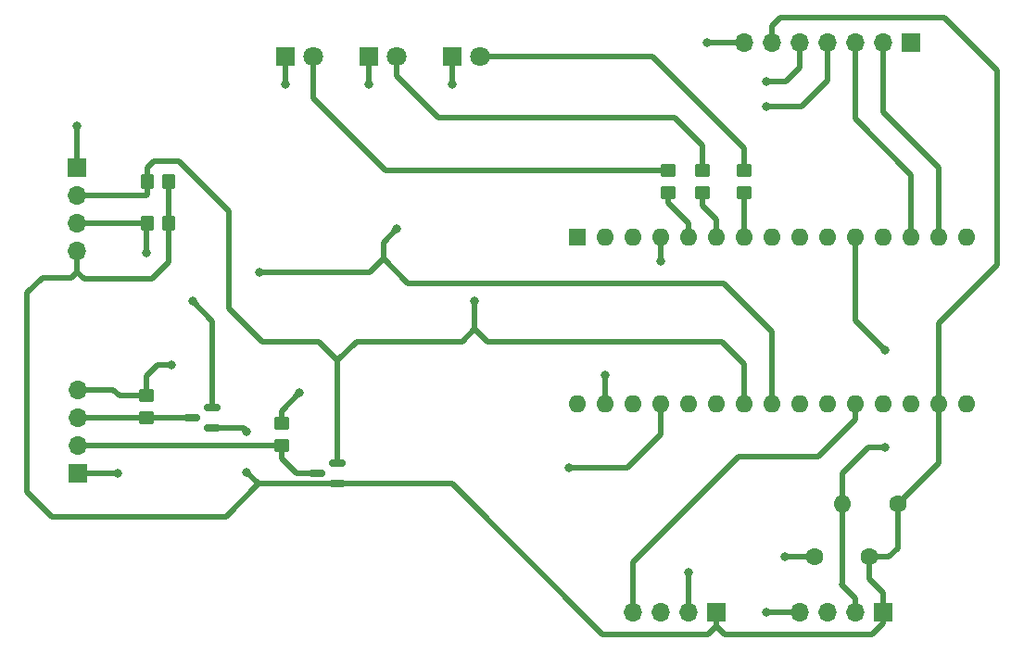
<source format=gtl>
%TF.GenerationSoftware,KiCad,Pcbnew,6.0.5-a6ca702e91~116~ubuntu20.04.1*%
%TF.CreationDate,2022-05-18T10:56:59+02:00*%
%TF.ProjectId,StationMeteo,53746174-696f-46e4-9d65-74656f2e6b69,rev?*%
%TF.SameCoordinates,PX21e9a40PY196f3b0*%
%TF.FileFunction,Copper,L1,Top*%
%TF.FilePolarity,Positive*%
%FSLAX46Y46*%
G04 Gerber Fmt 4.6, Leading zero omitted, Abs format (unit mm)*
G04 Created by KiCad (PCBNEW 6.0.5-a6ca702e91~116~ubuntu20.04.1) date 2022-05-18 10:56:59*
%MOMM*%
%LPD*%
G01*
G04 APERTURE LIST*
G04 Aperture macros list*
%AMRoundRect*
0 Rectangle with rounded corners*
0 $1 Rounding radius*
0 $2 $3 $4 $5 $6 $7 $8 $9 X,Y pos of 4 corners*
0 Add a 4 corners polygon primitive as box body*
4,1,4,$2,$3,$4,$5,$6,$7,$8,$9,$2,$3,0*
0 Add four circle primitives for the rounded corners*
1,1,$1+$1,$2,$3*
1,1,$1+$1,$4,$5*
1,1,$1+$1,$6,$7*
1,1,$1+$1,$8,$9*
0 Add four rect primitives between the rounded corners*
20,1,$1+$1,$2,$3,$4,$5,0*
20,1,$1+$1,$4,$5,$6,$7,0*
20,1,$1+$1,$6,$7,$8,$9,0*
20,1,$1+$1,$8,$9,$2,$3,0*%
G04 Aperture macros list end*
%TA.AperFunction,SMDPad,CuDef*%
%ADD10RoundRect,0.250000X0.350000X0.450000X-0.350000X0.450000X-0.350000X-0.450000X0.350000X-0.450000X0*%
%TD*%
%TA.AperFunction,SMDPad,CuDef*%
%ADD11RoundRect,0.250000X-0.450000X0.350000X-0.450000X-0.350000X0.450000X-0.350000X0.450000X0.350000X0*%
%TD*%
%TA.AperFunction,SMDPad,CuDef*%
%ADD12RoundRect,0.150000X0.587500X0.150000X-0.587500X0.150000X-0.587500X-0.150000X0.587500X-0.150000X0*%
%TD*%
%TA.AperFunction,ComponentPad*%
%ADD13R,1.700000X1.700000*%
%TD*%
%TA.AperFunction,ComponentPad*%
%ADD14O,1.700000X1.700000*%
%TD*%
%TA.AperFunction,ComponentPad*%
%ADD15R,1.800000X1.800000*%
%TD*%
%TA.AperFunction,ComponentPad*%
%ADD16C,1.800000*%
%TD*%
%TA.AperFunction,ComponentPad*%
%ADD17C,1.600000*%
%TD*%
%TA.AperFunction,ComponentPad*%
%ADD18O,1.600000X1.600000*%
%TD*%
%TA.AperFunction,ComponentPad*%
%ADD19R,1.600000X1.600000*%
%TD*%
%TA.AperFunction,ViaPad*%
%ADD20C,0.800000*%
%TD*%
%TA.AperFunction,Conductor*%
%ADD21C,0.508000*%
%TD*%
G04 APERTURE END LIST*
D10*
%TO.P,R2,1*%
%TO.N,3.3V*%
X17256000Y-20320000D03*
%TO.P,R2,2*%
%TO.N,SDA*%
X15256000Y-20320000D03*
%TD*%
D11*
%TO.P,R8,1*%
%TO.N,Net-(D3-Pad2)*%
X62865000Y-15510000D03*
%TO.P,R8,2*%
%TO.N,Net-(A1-Pad5)*%
X62865000Y-17510000D03*
%TD*%
D12*
%TO.P,Q1,1,G*%
%TO.N,3.3V*%
X21257500Y-39050000D03*
%TO.P,Q1,2,S*%
%TO.N,SDA*%
X21257500Y-37150000D03*
%TO.P,Q1,3,D*%
%TO.N,SDA-5V*%
X19382500Y-38100000D03*
%TD*%
D11*
%TO.P,R6,1*%
%TO.N,Net-(D1-Pad2)*%
X69850000Y-15510000D03*
%TO.P,R6,2*%
%TO.N,Net-(A1-Pad7)*%
X69850000Y-17510000D03*
%TD*%
%TO.P,R5,1*%
%TO.N,5V*%
X27544344Y-38597254D03*
%TO.P,R5,2*%
%TO.N,SCL-5V*%
X27544344Y-40597254D03*
%TD*%
%TO.P,R4,1*%
%TO.N,5V*%
X15240000Y-36084000D03*
%TO.P,R4,2*%
%TO.N,SDA-5V*%
X15240000Y-38084000D03*
%TD*%
D12*
%TO.P,Q2,1,G*%
%TO.N,3.3V*%
X32687500Y-44130000D03*
%TO.P,Q2,2,S*%
%TO.N,SCL*%
X32687500Y-42230000D03*
%TO.P,Q2,3,D*%
%TO.N,SCL-5V*%
X30812500Y-43180000D03*
%TD*%
D11*
%TO.P,R7,1*%
%TO.N,Net-(D2-Pad2)*%
X66040000Y-15510000D03*
%TO.P,R7,2*%
%TO.N,Net-(A1-Pad6)*%
X66040000Y-17510000D03*
%TD*%
D10*
%TO.P,R3,1*%
%TO.N,3.3V*%
X17256000Y-16510000D03*
%TO.P,R3,2*%
%TO.N,SCL*%
X15256000Y-16510000D03*
%TD*%
D13*
%TO.P,J5,1,Pin_1*%
%TO.N,unconnected-(J5-Pad1)*%
X85070000Y-3810000D03*
D14*
%TO.P,J5,2,Pin_2*%
%TO.N,WAKE_CCS*%
X82530000Y-3810000D03*
%TO.P,J5,3,Pin_3*%
%TO.N,RST_CSS*%
X79990000Y-3810000D03*
%TO.P,J5,4,Pin_4*%
%TO.N,SCL*%
X77450000Y-3810000D03*
%TO.P,J5,5,Pin_5*%
%TO.N,SDA*%
X74910000Y-3810000D03*
%TO.P,J5,6,Pin_6*%
%TO.N,3.3V*%
X72370000Y-3810000D03*
%TO.P,J5,7,Pin_7*%
%TO.N,GND*%
X69830000Y-3810000D03*
%TD*%
D15*
%TO.P,D2,1,K*%
%TO.N,GND*%
X35560000Y-5080000D03*
D16*
%TO.P,D2,2,A*%
%TO.N,Net-(D2-Pad2)*%
X38100000Y-5080000D03*
%TD*%
D17*
%TO.P,R1,1*%
%TO.N,3.3V*%
X83849000Y-45974000D03*
D18*
%TO.P,R1,2*%
%TO.N,DHT22*%
X78769000Y-45974000D03*
%TD*%
D19*
%TO.P,A1,1,D1/TX*%
%TO.N,unconnected-(A1-Pad1)*%
X54610000Y-21600000D03*
D18*
%TO.P,A1,2,D0/RX*%
%TO.N,unconnected-(A1-Pad2)*%
X57150000Y-21600000D03*
%TO.P,A1,3,~{RESET}*%
%TO.N,unconnected-(A1-Pad3)*%
X59690000Y-21600000D03*
%TO.P,A1,4,GND*%
%TO.N,GND*%
X62230000Y-21600000D03*
%TO.P,A1,5,D2*%
%TO.N,Net-(A1-Pad5)*%
X64770000Y-21600000D03*
%TO.P,A1,6,D3*%
%TO.N,Net-(A1-Pad6)*%
X67310000Y-21600000D03*
%TO.P,A1,7,D4*%
%TO.N,Net-(A1-Pad7)*%
X69850000Y-21600000D03*
%TO.P,A1,8,D5*%
%TO.N,unconnected-(A1-Pad8)*%
X72390000Y-21600000D03*
%TO.P,A1,9,D6*%
%TO.N,unconnected-(A1-Pad9)*%
X74930000Y-21600000D03*
%TO.P,A1,10,D7*%
%TO.N,unconnected-(A1-Pad10)*%
X77470000Y-21600000D03*
%TO.P,A1,11,D8*%
%TO.N,DHT22*%
X80010000Y-21600000D03*
%TO.P,A1,12,D9*%
%TO.N,unconnected-(A1-Pad12)*%
X82550000Y-21600000D03*
%TO.P,A1,13,D10*%
%TO.N,RST_CSS*%
X85090000Y-21600000D03*
%TO.P,A1,14,D11*%
%TO.N,WAKE_CCS*%
X87630000Y-21600000D03*
%TO.P,A1,15,D12*%
%TO.N,unconnected-(A1-Pad15)*%
X90170000Y-21600000D03*
%TO.P,A1,16,D13*%
%TO.N,unconnected-(A1-Pad16)*%
X90170000Y-36840000D03*
%TO.P,A1,17,3V3*%
%TO.N,3.3V*%
X87630000Y-36840000D03*
%TO.P,A1,18,AREF*%
%TO.N,unconnected-(A1-Pad18)*%
X85090000Y-36840000D03*
%TO.P,A1,19,A0*%
%TO.N,unconnected-(A1-Pad19)*%
X82550000Y-36840000D03*
%TO.P,A1,20,A1*%
%TO.N,SMOKE*%
X80010000Y-36840000D03*
%TO.P,A1,21,A2*%
%TO.N,unconnected-(A1-Pad21)*%
X77470000Y-36840000D03*
%TO.P,A1,22,A3*%
%TO.N,unconnected-(A1-Pad22)*%
X74930000Y-36840000D03*
%TO.P,A1,23,A4*%
%TO.N,SDA*%
X72390000Y-36840000D03*
%TO.P,A1,24,A5*%
%TO.N,SCL*%
X69850000Y-36840000D03*
%TO.P,A1,25,A6*%
%TO.N,unconnected-(A1-Pad25)*%
X67310000Y-36840000D03*
%TO.P,A1,26,A7*%
%TO.N,unconnected-(A1-Pad26)*%
X64770000Y-36840000D03*
%TO.P,A1,27,+5V*%
%TO.N,5V*%
X62230000Y-36840000D03*
%TO.P,A1,28,~{RESET}*%
%TO.N,unconnected-(A1-Pad28)*%
X59690000Y-36840000D03*
%TO.P,A1,29,GND*%
%TO.N,GND*%
X57150000Y-36840000D03*
%TO.P,A1,30,VIN*%
%TO.N,unconnected-(A1-Pad30)*%
X54610000Y-36840000D03*
%TD*%
D15*
%TO.P,D3,1,K*%
%TO.N,GND*%
X27940000Y-5080000D03*
D16*
%TO.P,D3,2,A*%
%TO.N,Net-(D3-Pad2)*%
X30480000Y-5080000D03*
%TD*%
D13*
%TO.P,J3,1,Pin_1*%
%TO.N,GND*%
X8890000Y-15240000D03*
D14*
%TO.P,J3,2,Pin_2*%
%TO.N,SCL*%
X8890000Y-17780000D03*
%TO.P,J3,3,Pin_3*%
%TO.N,SDA*%
X8890000Y-20320000D03*
%TO.P,J3,4,Pin_4*%
%TO.N,3.3V*%
X8890000Y-22860000D03*
%TD*%
D13*
%TO.P,J1,1,Pin_1*%
%TO.N,3.3V*%
X82550000Y-55880000D03*
D14*
%TO.P,J1,2,Pin_2*%
%TO.N,DHT22*%
X80010000Y-55880000D03*
%TO.P,J1,3,Pin_3*%
%TO.N,unconnected-(J1-Pad3)*%
X77470000Y-55880000D03*
%TO.P,J1,4,Pin_4*%
%TO.N,GND*%
X74930000Y-55880000D03*
%TD*%
D17*
%TO.P,C1,1*%
%TO.N,3.3V*%
X81240000Y-50800000D03*
%TO.P,C1,2*%
%TO.N,GND*%
X76240000Y-50800000D03*
%TD*%
D13*
%TO.P,J2,1,Pin_1*%
%TO.N,GND*%
X8915000Y-43170000D03*
D14*
%TO.P,J2,2,Pin_2*%
%TO.N,SCL-5V*%
X8915000Y-40630000D03*
%TO.P,J2,3,Pin_3*%
%TO.N,SDA-5V*%
X8915000Y-38090000D03*
%TO.P,J2,4,Pin_4*%
%TO.N,5V*%
X8915000Y-35550000D03*
%TD*%
D13*
%TO.P,J4,1,Pin_1*%
%TO.N,3.3V*%
X67300000Y-55830000D03*
D14*
%TO.P,J4,2,Pin_2*%
%TO.N,GND*%
X64760000Y-55830000D03*
%TO.P,J4,3,Pin_3*%
%TO.N,unconnected-(J4-Pad3)*%
X62220000Y-55830000D03*
%TO.P,J4,4,Pin_4*%
%TO.N,SMOKE*%
X59680000Y-55830000D03*
%TD*%
D15*
%TO.P,D1,1,K*%
%TO.N,GND*%
X43180000Y-5080000D03*
D16*
%TO.P,D1,2,A*%
%TO.N,Net-(D1-Pad2)*%
X45720000Y-5080000D03*
%TD*%
D20*
%TO.N,GND*%
X62230000Y-23749000D03*
X66421000Y-3810000D03*
X71882000Y-55880000D03*
X73533000Y-50800000D03*
X8890000Y-11430000D03*
X64770000Y-52197000D03*
X43180000Y-7620000D03*
X12573000Y-43180000D03*
X57150000Y-34163000D03*
X27940000Y-7620000D03*
X35560000Y-7620000D03*
%TO.N,DHT22*%
X82677000Y-31877000D03*
X82677000Y-40767000D03*
%TO.N,3.3V*%
X24384000Y-43053000D03*
X24384000Y-39370000D03*
%TO.N,SDA*%
X25527000Y-24765000D03*
X15240000Y-22987000D03*
X71882000Y-7366000D03*
X19431000Y-27432000D03*
X38100000Y-20828000D03*
%TO.N,SCL*%
X71882000Y-9652000D03*
X45212000Y-27432000D03*
%TO.N,5V*%
X17526000Y-33274000D03*
X53848000Y-42672000D03*
X29210000Y-35814000D03*
%TD*%
D21*
%TO.N,GND*%
X43180000Y-5080000D02*
X43180000Y-7620000D01*
X57150000Y-36840000D02*
X57150000Y-34163000D01*
X69830000Y-3810000D02*
X66421000Y-3810000D01*
X27940000Y-5080000D02*
X27940000Y-7620000D01*
X62230000Y-21600000D02*
X62230000Y-23749000D01*
X64760000Y-55830000D02*
X64760000Y-52207000D01*
X8890000Y-15240000D02*
X8890000Y-11430000D01*
X74930000Y-55880000D02*
X71882000Y-55880000D01*
X35560000Y-5080000D02*
X35560000Y-7620000D01*
X76240000Y-50800000D02*
X73533000Y-50800000D01*
X12563000Y-43170000D02*
X12573000Y-43180000D01*
X64760000Y-52207000D02*
X64770000Y-52197000D01*
X8915000Y-43170000D02*
X12563000Y-43170000D01*
%TO.N,Net-(A1-Pad5)*%
X64770000Y-20320000D02*
X62865000Y-18415000D01*
X64770000Y-21600000D02*
X64770000Y-20320000D01*
X62865000Y-18415000D02*
X62865000Y-17510000D01*
%TO.N,Net-(A1-Pad6)*%
X67310000Y-20002500D02*
X66040000Y-18732500D01*
X66040000Y-18732500D02*
X66040000Y-17510000D01*
X67310000Y-21600000D02*
X67310000Y-20002500D01*
%TO.N,Net-(A1-Pad7)*%
X69850000Y-21600000D02*
X69850000Y-17510000D01*
%TO.N,DHT22*%
X80010000Y-55880000D02*
X80010000Y-54610000D01*
X80010000Y-21600000D02*
X80010000Y-29210000D01*
X82677000Y-40767000D02*
X81153000Y-40767000D01*
X81153000Y-40767000D02*
X78769000Y-43151000D01*
X78769000Y-43151000D02*
X78769000Y-45974000D01*
X78769000Y-53311000D02*
X78769000Y-45974000D01*
X78740000Y-53340000D02*
X78769000Y-53311000D01*
X80010000Y-54610000D02*
X78740000Y-53340000D01*
X80010000Y-29210000D02*
X82677000Y-31877000D01*
%TO.N,RST_CSS*%
X79990000Y-10775000D02*
X85090000Y-15875000D01*
X85090000Y-15875000D02*
X85090000Y-21600000D01*
X79990000Y-3785000D02*
X79990000Y-10775000D01*
%TO.N,WAKE_CCS*%
X82530000Y-10140000D02*
X82530000Y-3810000D01*
X87630000Y-15240000D02*
X82530000Y-10140000D01*
X87630000Y-21600000D02*
X87630000Y-15240000D01*
%TO.N,3.3V*%
X83849000Y-45974000D02*
X83849000Y-50009000D01*
X4318000Y-26670000D02*
X4318000Y-44831000D01*
X15748000Y-25400000D02*
X17256000Y-23892000D01*
X73152000Y-1524000D02*
X72370000Y-2306000D01*
X87630000Y-36840000D02*
X87630000Y-42193000D01*
X9525000Y-25400000D02*
X15748000Y-25400000D01*
X67300000Y-57140000D02*
X67300000Y-57160000D01*
X24064000Y-39050000D02*
X24384000Y-39370000D01*
X67300000Y-55830000D02*
X67300000Y-57140000D01*
X82550000Y-56896000D02*
X81534000Y-57912000D01*
X22474000Y-47117000D02*
X25461000Y-44130000D01*
X8382000Y-25273000D02*
X5715000Y-25273000D01*
X68072000Y-57912000D02*
X67300000Y-57140000D01*
X56896000Y-57912000D02*
X43114000Y-44130000D01*
X5715000Y-25273000D02*
X4318000Y-26670000D01*
X82550000Y-55880000D02*
X82550000Y-56896000D01*
X92964000Y-6350000D02*
X88138000Y-1524000D01*
X25461000Y-44130000D02*
X32687500Y-44130000D01*
X8890000Y-24765000D02*
X8382000Y-25273000D01*
X88138000Y-1524000D02*
X73152000Y-1524000D01*
X87630000Y-29464000D02*
X92964000Y-24130000D01*
X87630000Y-42193000D02*
X83849000Y-45974000D01*
X8890000Y-24765000D02*
X9525000Y-25400000D01*
X21257500Y-39050000D02*
X24064000Y-39050000D01*
X4318000Y-44831000D02*
X6604000Y-47117000D01*
X17256000Y-16510000D02*
X17256000Y-20320000D01*
X82550000Y-54102000D02*
X81240000Y-52792000D01*
X83849000Y-50009000D02*
X83058000Y-50800000D01*
X67300000Y-57160000D02*
X66548000Y-57912000D01*
X8890000Y-22860000D02*
X8890000Y-24765000D01*
X87630000Y-36840000D02*
X87630000Y-29464000D01*
X6604000Y-47117000D02*
X22474000Y-47117000D01*
X43114000Y-44130000D02*
X32687500Y-44130000D01*
X81534000Y-57912000D02*
X68072000Y-57912000D01*
X72370000Y-2306000D02*
X72370000Y-3785000D01*
X82550000Y-55880000D02*
X82550000Y-54102000D01*
X17256000Y-23892000D02*
X17256000Y-20320000D01*
X81240000Y-52792000D02*
X81240000Y-50800000D01*
X24384000Y-43053000D02*
X25461000Y-44130000D01*
X83058000Y-50800000D02*
X81240000Y-50800000D01*
X66548000Y-57912000D02*
X56896000Y-57912000D01*
X92964000Y-24130000D02*
X92964000Y-6350000D01*
%TO.N,SMOKE*%
X80010000Y-38227000D02*
X80010000Y-36840000D01*
X76581000Y-41656000D02*
X80010000Y-38227000D01*
X59680000Y-55830000D02*
X59680000Y-51318000D01*
X69342000Y-41656000D02*
X76581000Y-41656000D01*
X59680000Y-51318000D02*
X69342000Y-41656000D01*
%TO.N,SDA*%
X35623500Y-24765000D02*
X36861750Y-23526750D01*
X36861750Y-23526750D02*
X39116000Y-25781000D01*
X36861750Y-22066250D02*
X38100000Y-20828000D01*
X25527000Y-24765000D02*
X35623500Y-24765000D01*
X15240000Y-22987000D02*
X15240000Y-20336000D01*
X72390000Y-30226000D02*
X72390000Y-36840000D01*
X74910000Y-6116000D02*
X73660000Y-7366000D01*
X8890000Y-20320000D02*
X15256000Y-20320000D01*
X67945000Y-25781000D02*
X72390000Y-30226000D01*
X73660000Y-7366000D02*
X71882000Y-7366000D01*
X15240000Y-20336000D02*
X15256000Y-20320000D01*
X21257500Y-37150000D02*
X21257500Y-29258500D01*
X74910000Y-3785000D02*
X74910000Y-6116000D01*
X36861750Y-23526750D02*
X36861750Y-22066250D01*
X39116000Y-25781000D02*
X67945000Y-25781000D01*
X21257500Y-29258500D02*
X19431000Y-27432000D01*
%TO.N,SCL*%
X45212000Y-29972000D02*
X44069000Y-31115000D01*
X15256000Y-16510000D02*
X15256000Y-15224000D01*
X75057000Y-9652000D02*
X71882000Y-9652000D01*
X69850000Y-33147000D02*
X69850000Y-36840000D01*
X77450000Y-3785000D02*
X77450000Y-7259000D01*
X77450000Y-7259000D02*
X75057000Y-9652000D01*
X32687500Y-32814500D02*
X32687500Y-32844500D01*
X15256000Y-16510000D02*
X15256000Y-17653000D01*
X22733000Y-28067000D02*
X25781000Y-31115000D01*
X30988000Y-31115000D02*
X32687500Y-32814500D01*
X15875000Y-14605000D02*
X18161000Y-14605000D01*
X32687500Y-42230000D02*
X32687500Y-32844500D01*
X18161000Y-14605000D02*
X22733000Y-19177000D01*
X46355000Y-31115000D02*
X67818000Y-31115000D01*
X34417000Y-31115000D02*
X43942000Y-31115000D01*
X44069000Y-31115000D02*
X43942000Y-31115000D01*
X45212000Y-29972000D02*
X46355000Y-31115000D01*
X25781000Y-31115000D02*
X30988000Y-31115000D01*
X15256000Y-15224000D02*
X15875000Y-14605000D01*
X32687500Y-32844500D02*
X34417000Y-31115000D01*
X8890000Y-17780000D02*
X15129000Y-17780000D01*
X22733000Y-19177000D02*
X22733000Y-28067000D01*
X67818000Y-31115000D02*
X69850000Y-33147000D01*
X15129000Y-17780000D02*
X15256000Y-17653000D01*
X45212000Y-27432000D02*
X45212000Y-29972000D01*
%TO.N,5V*%
X12182000Y-35550000D02*
X12716000Y-36084000D01*
X16256000Y-33274000D02*
X17526000Y-33274000D01*
X12716000Y-36084000D02*
X15240000Y-36084000D01*
X27544344Y-38597254D02*
X27544344Y-37479656D01*
X62230000Y-39624000D02*
X59182000Y-42672000D01*
X27544344Y-37479656D02*
X29210000Y-35814000D01*
X15240000Y-34290000D02*
X16256000Y-33274000D01*
X59182000Y-42672000D02*
X53848000Y-42672000D01*
X8915000Y-35550000D02*
X12182000Y-35550000D01*
X62230000Y-36840000D02*
X62230000Y-39624000D01*
X15240000Y-36084000D02*
X15240000Y-34290000D01*
%TO.N,Net-(D1-Pad2)*%
X61468000Y-5080000D02*
X45720000Y-5080000D01*
X69850000Y-15510000D02*
X69850000Y-13462000D01*
X69850000Y-13462000D02*
X61468000Y-5080000D01*
%TO.N,Net-(D2-Pad2)*%
X41910000Y-10668000D02*
X38100000Y-6858000D01*
X38100000Y-6858000D02*
X38100000Y-5080000D01*
X63500000Y-10668000D02*
X41910000Y-10668000D01*
X66040000Y-15510000D02*
X66040000Y-13208000D01*
X66040000Y-13208000D02*
X63500000Y-10668000D01*
%TO.N,Net-(D3-Pad2)*%
X62865000Y-15510000D02*
X62849000Y-15494000D01*
X62849000Y-15494000D02*
X37084000Y-15494000D01*
X30480000Y-8890000D02*
X30480000Y-5080000D01*
X37084000Y-15494000D02*
X30480000Y-8890000D01*
%TO.N,SCL-5V*%
X28956000Y-43180000D02*
X30812500Y-43180000D01*
X8915000Y-40630000D02*
X27511598Y-40630000D01*
X27511598Y-40630000D02*
X27544344Y-40597254D01*
X27544344Y-40597254D02*
X27544344Y-41768344D01*
X27544344Y-41768344D02*
X28956000Y-43180000D01*
%TO.N,SDA-5V*%
X19372500Y-38090000D02*
X8915000Y-38090000D01*
X19382500Y-38100000D02*
X19372500Y-38090000D01*
%TD*%
M02*

</source>
